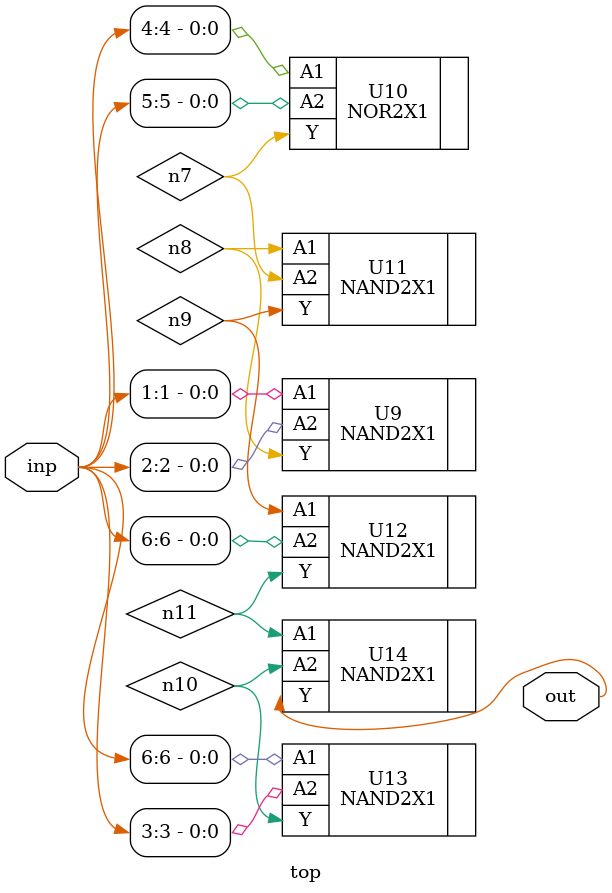
<source format=sv>


module top ( inp, out );
  input [6:0] inp;
  output out;
  wire   n7, n8, n9, n10, n11;

  NAND2X1 U9 ( .A1(inp[1]), .A2(inp[2]), .Y(n8) );
  NOR2X1 U10 ( .A1(inp[4]), .A2(inp[5]), .Y(n7) );
  NAND2X1 U11 ( .A1(n8), .A2(n7), .Y(n9) );
  NAND2X1 U12 ( .A1(n9), .A2(inp[6]), .Y(n11) );
  NAND2X1 U13 ( .A1(inp[6]), .A2(inp[3]), .Y(n10) );
  NAND2X1 U14 ( .A1(n11), .A2(n10), .Y(out) );
endmodule


</source>
